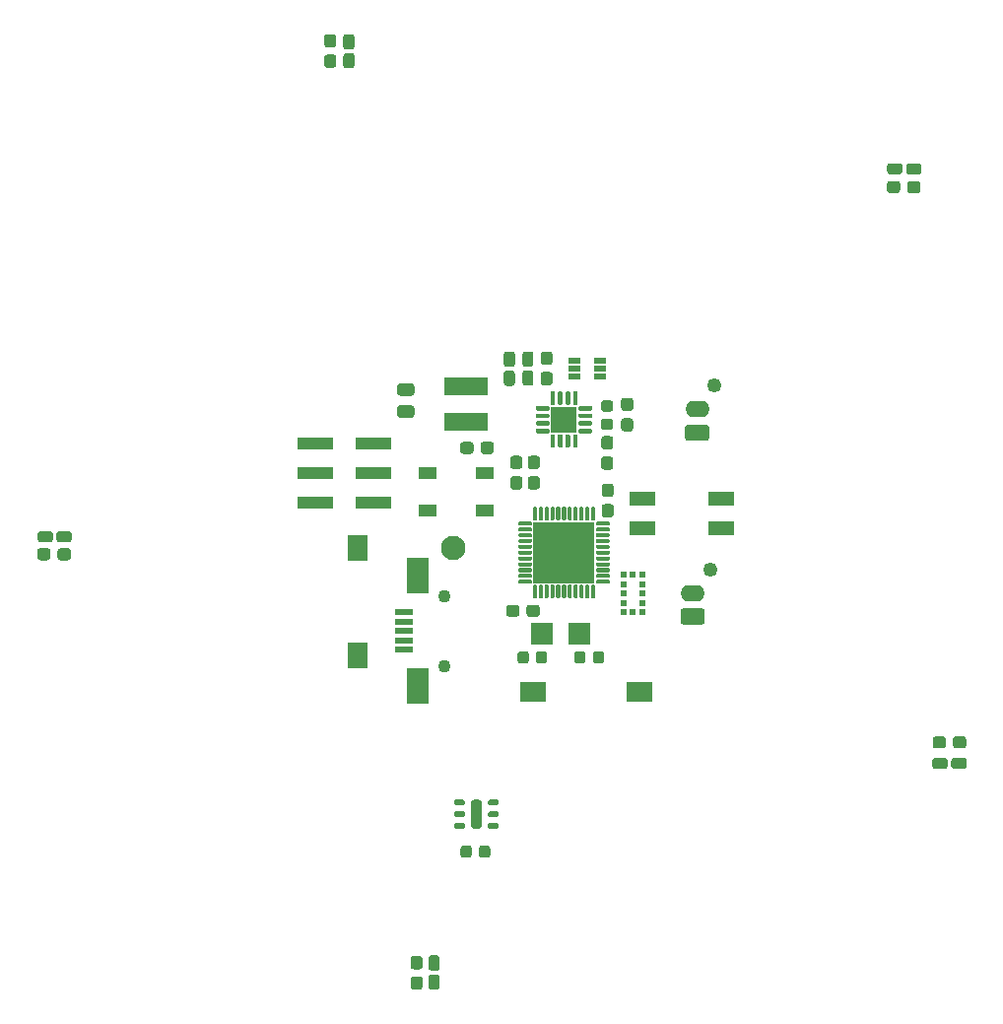
<source format=gbr>
%TF.GenerationSoftware,KiCad,Pcbnew,(5.1.6)-1*%
%TF.CreationDate,2020-12-22T18:13:26+01:00*%
%TF.ProjectId,Christmas pcb,43687269-7374-46d6-9173-207063622e6b,rev?*%
%TF.SameCoordinates,Original*%
%TF.FileFunction,Soldermask,Top*%
%TF.FilePolarity,Negative*%
%FSLAX46Y46*%
G04 Gerber Fmt 4.6, Leading zero omitted, Abs format (unit mm)*
G04 Created by KiCad (PCBNEW (5.1.6)-1) date 2020-12-22 18:13:26*
%MOMM*%
%LPD*%
G01*
G04 APERTURE LIST*
%ADD10R,1.900000X3.100000*%
%ADD11R,1.600000X0.600000*%
%ADD12C,1.100000*%
%ADD13C,1.250000*%
%ADD14O,2.100000X1.400000*%
%ADD15R,3.700000X1.600000*%
%ADD16R,0.608000X0.608000*%
%ADD17R,3.100000X1.100000*%
%ADD18R,1.850000X1.900000*%
%ADD19R,1.000000X0.500000*%
%ADD20R,2.250000X2.250000*%
%ADD21R,5.300000X5.300000*%
%ADD22R,2.260000X1.220000*%
%ADD23R,1.700000X2.280000*%
%ADD24R,2.280000X1.700000*%
%ADD25C,2.100000*%
%ADD26R,1.600000X1.100000*%
G04 APERTURE END LIST*
D10*
%TO.C,J5*%
X137500000Y-108970000D03*
X137500000Y-118470000D03*
D11*
X136350000Y-112120000D03*
X136350000Y-112920000D03*
X136350000Y-113720000D03*
X136350000Y-114520000D03*
X136350000Y-115320000D03*
D12*
X139800000Y-110720000D03*
X139800000Y-116720000D03*
%TD*%
D13*
%TO.C,J3*%
X163040000Y-92650000D03*
D14*
X161540000Y-94700000D03*
G36*
G01*
X162590000Y-96269231D02*
X162590000Y-97130769D01*
G75*
G02*
X162320769Y-97400000I-269231J0D01*
G01*
X160759231Y-97400000D01*
G75*
G02*
X160490000Y-97130769I0J269231D01*
G01*
X160490000Y-96269231D01*
G75*
G02*
X160759231Y-96000000I269231J0D01*
G01*
X162320769Y-96000000D01*
G75*
G02*
X162590000Y-96269231I0J-269231D01*
G01*
G37*
%TD*%
D15*
%TO.C,L1*%
X141660000Y-92680000D03*
X141660000Y-95730000D03*
%TD*%
D13*
%TO.C,J2*%
X162650000Y-108420000D03*
D14*
X161150000Y-110470000D03*
G36*
G01*
X162200000Y-112039231D02*
X162200000Y-112900769D01*
G75*
G02*
X161930769Y-113170000I-269231J0D01*
G01*
X160369231Y-113170000D01*
G75*
G02*
X160100000Y-112900769I0J269231D01*
G01*
X160100000Y-112039231D01*
G75*
G02*
X160369231Y-111770000I269231J0D01*
G01*
X161930769Y-111770000D01*
G75*
G02*
X162200000Y-112039231I0J-269231D01*
G01*
G37*
%TD*%
%TO.C,U6*%
G36*
G01*
X143020000Y-128445000D02*
X143020000Y-130495000D01*
G75*
G02*
X142795000Y-130720000I-225000J0D01*
G01*
X142345000Y-130720000D01*
G75*
G02*
X142120000Y-130495000I0J225000D01*
G01*
X142120000Y-128445000D01*
G75*
G02*
X142345000Y-128220000I225000J0D01*
G01*
X142795000Y-128220000D01*
G75*
G02*
X143020000Y-128445000I0J-225000D01*
G01*
G37*
G36*
G01*
X141570000Y-130345000D02*
X141570000Y-130595000D01*
G75*
G02*
X141445000Y-130720000I-125000J0D01*
G01*
X140795000Y-130720000D01*
G75*
G02*
X140670000Y-130595000I0J125000D01*
G01*
X140670000Y-130345000D01*
G75*
G02*
X140795000Y-130220000I125000J0D01*
G01*
X141445000Y-130220000D01*
G75*
G02*
X141570000Y-130345000I0J-125000D01*
G01*
G37*
G36*
G01*
X141570000Y-129345000D02*
X141570000Y-129595000D01*
G75*
G02*
X141445000Y-129720000I-125000J0D01*
G01*
X140795000Y-129720000D01*
G75*
G02*
X140670000Y-129595000I0J125000D01*
G01*
X140670000Y-129345000D01*
G75*
G02*
X140795000Y-129220000I125000J0D01*
G01*
X141445000Y-129220000D01*
G75*
G02*
X141570000Y-129345000I0J-125000D01*
G01*
G37*
G36*
G01*
X141570000Y-128345000D02*
X141570000Y-128595000D01*
G75*
G02*
X141445000Y-128720000I-125000J0D01*
G01*
X140795000Y-128720000D01*
G75*
G02*
X140670000Y-128595000I0J125000D01*
G01*
X140670000Y-128345000D01*
G75*
G02*
X140795000Y-128220000I125000J0D01*
G01*
X141445000Y-128220000D01*
G75*
G02*
X141570000Y-128345000I0J-125000D01*
G01*
G37*
G36*
G01*
X144470000Y-128345000D02*
X144470000Y-128595000D01*
G75*
G02*
X144345000Y-128720000I-125000J0D01*
G01*
X143695000Y-128720000D01*
G75*
G02*
X143570000Y-128595000I0J125000D01*
G01*
X143570000Y-128345000D01*
G75*
G02*
X143695000Y-128220000I125000J0D01*
G01*
X144345000Y-128220000D01*
G75*
G02*
X144470000Y-128345000I0J-125000D01*
G01*
G37*
G36*
G01*
X144470000Y-129345000D02*
X144470000Y-129595000D01*
G75*
G02*
X144345000Y-129720000I-125000J0D01*
G01*
X143695000Y-129720000D01*
G75*
G02*
X143570000Y-129595000I0J125000D01*
G01*
X143570000Y-129345000D01*
G75*
G02*
X143695000Y-129220000I125000J0D01*
G01*
X144345000Y-129220000D01*
G75*
G02*
X144470000Y-129345000I0J-125000D01*
G01*
G37*
G36*
G01*
X144470000Y-130345000D02*
X144470000Y-130595000D01*
G75*
G02*
X144345000Y-130720000I-125000J0D01*
G01*
X143695000Y-130720000D01*
G75*
G02*
X143570000Y-130595000I0J125000D01*
G01*
X143570000Y-130345000D01*
G75*
G02*
X143695000Y-130220000I125000J0D01*
G01*
X144345000Y-130220000D01*
G75*
G02*
X144470000Y-130345000I0J-125000D01*
G01*
G37*
%TD*%
D16*
%TO.C,U5*%
X156799948Y-109699999D03*
X156799948Y-110500000D03*
X156799948Y-111300001D03*
X156800001Y-112100200D03*
X156000000Y-112100200D03*
X155199999Y-112100200D03*
X155200052Y-111300001D03*
X155200052Y-110500000D03*
X155200052Y-109699999D03*
X155199999Y-108899800D03*
X156000000Y-108899800D03*
X156800001Y-108899800D03*
%TD*%
D17*
%TO.C,J1*%
X133750000Y-97650000D03*
X128710000Y-97650000D03*
X133750000Y-100190000D03*
X128710000Y-100190000D03*
X133750000Y-102730000D03*
X128710000Y-102730000D03*
%TD*%
D18*
%TO.C,Y1*%
X148200000Y-114000000D03*
X151450000Y-114000000D03*
%TD*%
D19*
%TO.C,U4*%
X151000000Y-91850000D03*
X151000000Y-90550000D03*
X153200000Y-91200000D03*
X151000000Y-91200000D03*
X153200000Y-90550000D03*
X153200000Y-91850000D03*
%TD*%
D20*
%TO.C,U2*%
X150100000Y-95570000D03*
G36*
G01*
X148925000Y-94220000D02*
X148925000Y-93245000D01*
G75*
G02*
X149025000Y-93145000I100000J0D01*
G01*
X149225000Y-93145000D01*
G75*
G02*
X149325000Y-93245000I0J-100000D01*
G01*
X149325000Y-94220000D01*
G75*
G02*
X149225000Y-94320000I-100000J0D01*
G01*
X149025000Y-94320000D01*
G75*
G02*
X148925000Y-94220000I0J100000D01*
G01*
G37*
G36*
G01*
X149575000Y-94220000D02*
X149575000Y-93245000D01*
G75*
G02*
X149675000Y-93145000I100000J0D01*
G01*
X149875000Y-93145000D01*
G75*
G02*
X149975000Y-93245000I0J-100000D01*
G01*
X149975000Y-94220000D01*
G75*
G02*
X149875000Y-94320000I-100000J0D01*
G01*
X149675000Y-94320000D01*
G75*
G02*
X149575000Y-94220000I0J100000D01*
G01*
G37*
G36*
G01*
X150225000Y-94220000D02*
X150225000Y-93245000D01*
G75*
G02*
X150325000Y-93145000I100000J0D01*
G01*
X150525000Y-93145000D01*
G75*
G02*
X150625000Y-93245000I0J-100000D01*
G01*
X150625000Y-94220000D01*
G75*
G02*
X150525000Y-94320000I-100000J0D01*
G01*
X150325000Y-94320000D01*
G75*
G02*
X150225000Y-94220000I0J100000D01*
G01*
G37*
G36*
G01*
X150875000Y-94220000D02*
X150875000Y-93245000D01*
G75*
G02*
X150975000Y-93145000I100000J0D01*
G01*
X151175000Y-93145000D01*
G75*
G02*
X151275000Y-93245000I0J-100000D01*
G01*
X151275000Y-94220000D01*
G75*
G02*
X151175000Y-94320000I-100000J0D01*
G01*
X150975000Y-94320000D01*
G75*
G02*
X150875000Y-94220000I0J100000D01*
G01*
G37*
G36*
G01*
X151350000Y-94695000D02*
X151350000Y-94495000D01*
G75*
G02*
X151450000Y-94395000I100000J0D01*
G01*
X152425000Y-94395000D01*
G75*
G02*
X152525000Y-94495000I0J-100000D01*
G01*
X152525000Y-94695000D01*
G75*
G02*
X152425000Y-94795000I-100000J0D01*
G01*
X151450000Y-94795000D01*
G75*
G02*
X151350000Y-94695000I0J100000D01*
G01*
G37*
G36*
G01*
X151350000Y-95345000D02*
X151350000Y-95145000D01*
G75*
G02*
X151450000Y-95045000I100000J0D01*
G01*
X152425000Y-95045000D01*
G75*
G02*
X152525000Y-95145000I0J-100000D01*
G01*
X152525000Y-95345000D01*
G75*
G02*
X152425000Y-95445000I-100000J0D01*
G01*
X151450000Y-95445000D01*
G75*
G02*
X151350000Y-95345000I0J100000D01*
G01*
G37*
G36*
G01*
X151350000Y-95995000D02*
X151350000Y-95795000D01*
G75*
G02*
X151450000Y-95695000I100000J0D01*
G01*
X152425000Y-95695000D01*
G75*
G02*
X152525000Y-95795000I0J-100000D01*
G01*
X152525000Y-95995000D01*
G75*
G02*
X152425000Y-96095000I-100000J0D01*
G01*
X151450000Y-96095000D01*
G75*
G02*
X151350000Y-95995000I0J100000D01*
G01*
G37*
G36*
G01*
X151350000Y-96645000D02*
X151350000Y-96445000D01*
G75*
G02*
X151450000Y-96345000I100000J0D01*
G01*
X152425000Y-96345000D01*
G75*
G02*
X152525000Y-96445000I0J-100000D01*
G01*
X152525000Y-96645000D01*
G75*
G02*
X152425000Y-96745000I-100000J0D01*
G01*
X151450000Y-96745000D01*
G75*
G02*
X151350000Y-96645000I0J100000D01*
G01*
G37*
G36*
G01*
X150875000Y-97895000D02*
X150875000Y-96920000D01*
G75*
G02*
X150975000Y-96820000I100000J0D01*
G01*
X151175000Y-96820000D01*
G75*
G02*
X151275000Y-96920000I0J-100000D01*
G01*
X151275000Y-97895000D01*
G75*
G02*
X151175000Y-97995000I-100000J0D01*
G01*
X150975000Y-97995000D01*
G75*
G02*
X150875000Y-97895000I0J100000D01*
G01*
G37*
G36*
G01*
X150225000Y-97895000D02*
X150225000Y-96920000D01*
G75*
G02*
X150325000Y-96820000I100000J0D01*
G01*
X150525000Y-96820000D01*
G75*
G02*
X150625000Y-96920000I0J-100000D01*
G01*
X150625000Y-97895000D01*
G75*
G02*
X150525000Y-97995000I-100000J0D01*
G01*
X150325000Y-97995000D01*
G75*
G02*
X150225000Y-97895000I0J100000D01*
G01*
G37*
G36*
G01*
X149575000Y-97895000D02*
X149575000Y-96920000D01*
G75*
G02*
X149675000Y-96820000I100000J0D01*
G01*
X149875000Y-96820000D01*
G75*
G02*
X149975000Y-96920000I0J-100000D01*
G01*
X149975000Y-97895000D01*
G75*
G02*
X149875000Y-97995000I-100000J0D01*
G01*
X149675000Y-97995000D01*
G75*
G02*
X149575000Y-97895000I0J100000D01*
G01*
G37*
G36*
G01*
X148925000Y-97895000D02*
X148925000Y-96920000D01*
G75*
G02*
X149025000Y-96820000I100000J0D01*
G01*
X149225000Y-96820000D01*
G75*
G02*
X149325000Y-96920000I0J-100000D01*
G01*
X149325000Y-97895000D01*
G75*
G02*
X149225000Y-97995000I-100000J0D01*
G01*
X149025000Y-97995000D01*
G75*
G02*
X148925000Y-97895000I0J100000D01*
G01*
G37*
G36*
G01*
X147675000Y-96645000D02*
X147675000Y-96445000D01*
G75*
G02*
X147775000Y-96345000I100000J0D01*
G01*
X148750000Y-96345000D01*
G75*
G02*
X148850000Y-96445000I0J-100000D01*
G01*
X148850000Y-96645000D01*
G75*
G02*
X148750000Y-96745000I-100000J0D01*
G01*
X147775000Y-96745000D01*
G75*
G02*
X147675000Y-96645000I0J100000D01*
G01*
G37*
G36*
G01*
X147675000Y-95995000D02*
X147675000Y-95795000D01*
G75*
G02*
X147775000Y-95695000I100000J0D01*
G01*
X148750000Y-95695000D01*
G75*
G02*
X148850000Y-95795000I0J-100000D01*
G01*
X148850000Y-95995000D01*
G75*
G02*
X148750000Y-96095000I-100000J0D01*
G01*
X147775000Y-96095000D01*
G75*
G02*
X147675000Y-95995000I0J100000D01*
G01*
G37*
G36*
G01*
X147675000Y-95345000D02*
X147675000Y-95145000D01*
G75*
G02*
X147775000Y-95045000I100000J0D01*
G01*
X148750000Y-95045000D01*
G75*
G02*
X148850000Y-95145000I0J-100000D01*
G01*
X148850000Y-95345000D01*
G75*
G02*
X148750000Y-95445000I-100000J0D01*
G01*
X147775000Y-95445000D01*
G75*
G02*
X147675000Y-95345000I0J100000D01*
G01*
G37*
G36*
G01*
X147675000Y-94695000D02*
X147675000Y-94495000D01*
G75*
G02*
X147775000Y-94395000I100000J0D01*
G01*
X148750000Y-94395000D01*
G75*
G02*
X148850000Y-94495000I0J-100000D01*
G01*
X148850000Y-94695000D01*
G75*
G02*
X148750000Y-94795000I-100000J0D01*
G01*
X147775000Y-94795000D01*
G75*
G02*
X147675000Y-94695000I0J100000D01*
G01*
G37*
%TD*%
D21*
%TO.C,U1*%
X150100000Y-107000000D03*
G36*
G01*
X147425000Y-104162500D02*
X147425000Y-103162500D01*
G75*
G02*
X147512500Y-103075000I87500J0D01*
G01*
X147687500Y-103075000D01*
G75*
G02*
X147775000Y-103162500I0J-87500D01*
G01*
X147775000Y-104162500D01*
G75*
G02*
X147687500Y-104250000I-87500J0D01*
G01*
X147512500Y-104250000D01*
G75*
G02*
X147425000Y-104162500I0J87500D01*
G01*
G37*
G36*
G01*
X147925000Y-104162500D02*
X147925000Y-103162500D01*
G75*
G02*
X148012500Y-103075000I87500J0D01*
G01*
X148187500Y-103075000D01*
G75*
G02*
X148275000Y-103162500I0J-87500D01*
G01*
X148275000Y-104162500D01*
G75*
G02*
X148187500Y-104250000I-87500J0D01*
G01*
X148012500Y-104250000D01*
G75*
G02*
X147925000Y-104162500I0J87500D01*
G01*
G37*
G36*
G01*
X148425000Y-104162500D02*
X148425000Y-103162500D01*
G75*
G02*
X148512500Y-103075000I87500J0D01*
G01*
X148687500Y-103075000D01*
G75*
G02*
X148775000Y-103162500I0J-87500D01*
G01*
X148775000Y-104162500D01*
G75*
G02*
X148687500Y-104250000I-87500J0D01*
G01*
X148512500Y-104250000D01*
G75*
G02*
X148425000Y-104162500I0J87500D01*
G01*
G37*
G36*
G01*
X148925000Y-104162500D02*
X148925000Y-103162500D01*
G75*
G02*
X149012500Y-103075000I87500J0D01*
G01*
X149187500Y-103075000D01*
G75*
G02*
X149275000Y-103162500I0J-87500D01*
G01*
X149275000Y-104162500D01*
G75*
G02*
X149187500Y-104250000I-87500J0D01*
G01*
X149012500Y-104250000D01*
G75*
G02*
X148925000Y-104162500I0J87500D01*
G01*
G37*
G36*
G01*
X149425000Y-104162500D02*
X149425000Y-103162500D01*
G75*
G02*
X149512500Y-103075000I87500J0D01*
G01*
X149687500Y-103075000D01*
G75*
G02*
X149775000Y-103162500I0J-87500D01*
G01*
X149775000Y-104162500D01*
G75*
G02*
X149687500Y-104250000I-87500J0D01*
G01*
X149512500Y-104250000D01*
G75*
G02*
X149425000Y-104162500I0J87500D01*
G01*
G37*
G36*
G01*
X149925000Y-104162500D02*
X149925000Y-103162500D01*
G75*
G02*
X150012500Y-103075000I87500J0D01*
G01*
X150187500Y-103075000D01*
G75*
G02*
X150275000Y-103162500I0J-87500D01*
G01*
X150275000Y-104162500D01*
G75*
G02*
X150187500Y-104250000I-87500J0D01*
G01*
X150012500Y-104250000D01*
G75*
G02*
X149925000Y-104162500I0J87500D01*
G01*
G37*
G36*
G01*
X150425000Y-104162500D02*
X150425000Y-103162500D01*
G75*
G02*
X150512500Y-103075000I87500J0D01*
G01*
X150687500Y-103075000D01*
G75*
G02*
X150775000Y-103162500I0J-87500D01*
G01*
X150775000Y-104162500D01*
G75*
G02*
X150687500Y-104250000I-87500J0D01*
G01*
X150512500Y-104250000D01*
G75*
G02*
X150425000Y-104162500I0J87500D01*
G01*
G37*
G36*
G01*
X150925000Y-104162500D02*
X150925000Y-103162500D01*
G75*
G02*
X151012500Y-103075000I87500J0D01*
G01*
X151187500Y-103075000D01*
G75*
G02*
X151275000Y-103162500I0J-87500D01*
G01*
X151275000Y-104162500D01*
G75*
G02*
X151187500Y-104250000I-87500J0D01*
G01*
X151012500Y-104250000D01*
G75*
G02*
X150925000Y-104162500I0J87500D01*
G01*
G37*
G36*
G01*
X151425000Y-104162500D02*
X151425000Y-103162500D01*
G75*
G02*
X151512500Y-103075000I87500J0D01*
G01*
X151687500Y-103075000D01*
G75*
G02*
X151775000Y-103162500I0J-87500D01*
G01*
X151775000Y-104162500D01*
G75*
G02*
X151687500Y-104250000I-87500J0D01*
G01*
X151512500Y-104250000D01*
G75*
G02*
X151425000Y-104162500I0J87500D01*
G01*
G37*
G36*
G01*
X151925000Y-104162500D02*
X151925000Y-103162500D01*
G75*
G02*
X152012500Y-103075000I87500J0D01*
G01*
X152187500Y-103075000D01*
G75*
G02*
X152275000Y-103162500I0J-87500D01*
G01*
X152275000Y-104162500D01*
G75*
G02*
X152187500Y-104250000I-87500J0D01*
G01*
X152012500Y-104250000D01*
G75*
G02*
X151925000Y-104162500I0J87500D01*
G01*
G37*
G36*
G01*
X152425000Y-104162500D02*
X152425000Y-103162500D01*
G75*
G02*
X152512500Y-103075000I87500J0D01*
G01*
X152687500Y-103075000D01*
G75*
G02*
X152775000Y-103162500I0J-87500D01*
G01*
X152775000Y-104162500D01*
G75*
G02*
X152687500Y-104250000I-87500J0D01*
G01*
X152512500Y-104250000D01*
G75*
G02*
X152425000Y-104162500I0J87500D01*
G01*
G37*
G36*
G01*
X152850000Y-104587500D02*
X152850000Y-104412500D01*
G75*
G02*
X152937500Y-104325000I87500J0D01*
G01*
X153937500Y-104325000D01*
G75*
G02*
X154025000Y-104412500I0J-87500D01*
G01*
X154025000Y-104587500D01*
G75*
G02*
X153937500Y-104675000I-87500J0D01*
G01*
X152937500Y-104675000D01*
G75*
G02*
X152850000Y-104587500I0J87500D01*
G01*
G37*
G36*
G01*
X152850000Y-105087500D02*
X152850000Y-104912500D01*
G75*
G02*
X152937500Y-104825000I87500J0D01*
G01*
X153937500Y-104825000D01*
G75*
G02*
X154025000Y-104912500I0J-87500D01*
G01*
X154025000Y-105087500D01*
G75*
G02*
X153937500Y-105175000I-87500J0D01*
G01*
X152937500Y-105175000D01*
G75*
G02*
X152850000Y-105087500I0J87500D01*
G01*
G37*
G36*
G01*
X152850000Y-105587500D02*
X152850000Y-105412500D01*
G75*
G02*
X152937500Y-105325000I87500J0D01*
G01*
X153937500Y-105325000D01*
G75*
G02*
X154025000Y-105412500I0J-87500D01*
G01*
X154025000Y-105587500D01*
G75*
G02*
X153937500Y-105675000I-87500J0D01*
G01*
X152937500Y-105675000D01*
G75*
G02*
X152850000Y-105587500I0J87500D01*
G01*
G37*
G36*
G01*
X152850000Y-106087500D02*
X152850000Y-105912500D01*
G75*
G02*
X152937500Y-105825000I87500J0D01*
G01*
X153937500Y-105825000D01*
G75*
G02*
X154025000Y-105912500I0J-87500D01*
G01*
X154025000Y-106087500D01*
G75*
G02*
X153937500Y-106175000I-87500J0D01*
G01*
X152937500Y-106175000D01*
G75*
G02*
X152850000Y-106087500I0J87500D01*
G01*
G37*
G36*
G01*
X152850000Y-106587500D02*
X152850000Y-106412500D01*
G75*
G02*
X152937500Y-106325000I87500J0D01*
G01*
X153937500Y-106325000D01*
G75*
G02*
X154025000Y-106412500I0J-87500D01*
G01*
X154025000Y-106587500D01*
G75*
G02*
X153937500Y-106675000I-87500J0D01*
G01*
X152937500Y-106675000D01*
G75*
G02*
X152850000Y-106587500I0J87500D01*
G01*
G37*
G36*
G01*
X152850000Y-107087500D02*
X152850000Y-106912500D01*
G75*
G02*
X152937500Y-106825000I87500J0D01*
G01*
X153937500Y-106825000D01*
G75*
G02*
X154025000Y-106912500I0J-87500D01*
G01*
X154025000Y-107087500D01*
G75*
G02*
X153937500Y-107175000I-87500J0D01*
G01*
X152937500Y-107175000D01*
G75*
G02*
X152850000Y-107087500I0J87500D01*
G01*
G37*
G36*
G01*
X152850000Y-107587500D02*
X152850000Y-107412500D01*
G75*
G02*
X152937500Y-107325000I87500J0D01*
G01*
X153937500Y-107325000D01*
G75*
G02*
X154025000Y-107412500I0J-87500D01*
G01*
X154025000Y-107587500D01*
G75*
G02*
X153937500Y-107675000I-87500J0D01*
G01*
X152937500Y-107675000D01*
G75*
G02*
X152850000Y-107587500I0J87500D01*
G01*
G37*
G36*
G01*
X152850000Y-108087500D02*
X152850000Y-107912500D01*
G75*
G02*
X152937500Y-107825000I87500J0D01*
G01*
X153937500Y-107825000D01*
G75*
G02*
X154025000Y-107912500I0J-87500D01*
G01*
X154025000Y-108087500D01*
G75*
G02*
X153937500Y-108175000I-87500J0D01*
G01*
X152937500Y-108175000D01*
G75*
G02*
X152850000Y-108087500I0J87500D01*
G01*
G37*
G36*
G01*
X152850000Y-108587500D02*
X152850000Y-108412500D01*
G75*
G02*
X152937500Y-108325000I87500J0D01*
G01*
X153937500Y-108325000D01*
G75*
G02*
X154025000Y-108412500I0J-87500D01*
G01*
X154025000Y-108587500D01*
G75*
G02*
X153937500Y-108675000I-87500J0D01*
G01*
X152937500Y-108675000D01*
G75*
G02*
X152850000Y-108587500I0J87500D01*
G01*
G37*
G36*
G01*
X152850000Y-109087500D02*
X152850000Y-108912500D01*
G75*
G02*
X152937500Y-108825000I87500J0D01*
G01*
X153937500Y-108825000D01*
G75*
G02*
X154025000Y-108912500I0J-87500D01*
G01*
X154025000Y-109087500D01*
G75*
G02*
X153937500Y-109175000I-87500J0D01*
G01*
X152937500Y-109175000D01*
G75*
G02*
X152850000Y-109087500I0J87500D01*
G01*
G37*
G36*
G01*
X152850000Y-109587500D02*
X152850000Y-109412500D01*
G75*
G02*
X152937500Y-109325000I87500J0D01*
G01*
X153937500Y-109325000D01*
G75*
G02*
X154025000Y-109412500I0J-87500D01*
G01*
X154025000Y-109587500D01*
G75*
G02*
X153937500Y-109675000I-87500J0D01*
G01*
X152937500Y-109675000D01*
G75*
G02*
X152850000Y-109587500I0J87500D01*
G01*
G37*
G36*
G01*
X152425000Y-110837500D02*
X152425000Y-109837500D01*
G75*
G02*
X152512500Y-109750000I87500J0D01*
G01*
X152687500Y-109750000D01*
G75*
G02*
X152775000Y-109837500I0J-87500D01*
G01*
X152775000Y-110837500D01*
G75*
G02*
X152687500Y-110925000I-87500J0D01*
G01*
X152512500Y-110925000D01*
G75*
G02*
X152425000Y-110837500I0J87500D01*
G01*
G37*
G36*
G01*
X151925000Y-110837500D02*
X151925000Y-109837500D01*
G75*
G02*
X152012500Y-109750000I87500J0D01*
G01*
X152187500Y-109750000D01*
G75*
G02*
X152275000Y-109837500I0J-87500D01*
G01*
X152275000Y-110837500D01*
G75*
G02*
X152187500Y-110925000I-87500J0D01*
G01*
X152012500Y-110925000D01*
G75*
G02*
X151925000Y-110837500I0J87500D01*
G01*
G37*
G36*
G01*
X151425000Y-110837500D02*
X151425000Y-109837500D01*
G75*
G02*
X151512500Y-109750000I87500J0D01*
G01*
X151687500Y-109750000D01*
G75*
G02*
X151775000Y-109837500I0J-87500D01*
G01*
X151775000Y-110837500D01*
G75*
G02*
X151687500Y-110925000I-87500J0D01*
G01*
X151512500Y-110925000D01*
G75*
G02*
X151425000Y-110837500I0J87500D01*
G01*
G37*
G36*
G01*
X150925000Y-110837500D02*
X150925000Y-109837500D01*
G75*
G02*
X151012500Y-109750000I87500J0D01*
G01*
X151187500Y-109750000D01*
G75*
G02*
X151275000Y-109837500I0J-87500D01*
G01*
X151275000Y-110837500D01*
G75*
G02*
X151187500Y-110925000I-87500J0D01*
G01*
X151012500Y-110925000D01*
G75*
G02*
X150925000Y-110837500I0J87500D01*
G01*
G37*
G36*
G01*
X150425000Y-110837500D02*
X150425000Y-109837500D01*
G75*
G02*
X150512500Y-109750000I87500J0D01*
G01*
X150687500Y-109750000D01*
G75*
G02*
X150775000Y-109837500I0J-87500D01*
G01*
X150775000Y-110837500D01*
G75*
G02*
X150687500Y-110925000I-87500J0D01*
G01*
X150512500Y-110925000D01*
G75*
G02*
X150425000Y-110837500I0J87500D01*
G01*
G37*
G36*
G01*
X149925000Y-110837500D02*
X149925000Y-109837500D01*
G75*
G02*
X150012500Y-109750000I87500J0D01*
G01*
X150187500Y-109750000D01*
G75*
G02*
X150275000Y-109837500I0J-87500D01*
G01*
X150275000Y-110837500D01*
G75*
G02*
X150187500Y-110925000I-87500J0D01*
G01*
X150012500Y-110925000D01*
G75*
G02*
X149925000Y-110837500I0J87500D01*
G01*
G37*
G36*
G01*
X149425000Y-110837500D02*
X149425000Y-109837500D01*
G75*
G02*
X149512500Y-109750000I87500J0D01*
G01*
X149687500Y-109750000D01*
G75*
G02*
X149775000Y-109837500I0J-87500D01*
G01*
X149775000Y-110837500D01*
G75*
G02*
X149687500Y-110925000I-87500J0D01*
G01*
X149512500Y-110925000D01*
G75*
G02*
X149425000Y-110837500I0J87500D01*
G01*
G37*
G36*
G01*
X148925000Y-110837500D02*
X148925000Y-109837500D01*
G75*
G02*
X149012500Y-109750000I87500J0D01*
G01*
X149187500Y-109750000D01*
G75*
G02*
X149275000Y-109837500I0J-87500D01*
G01*
X149275000Y-110837500D01*
G75*
G02*
X149187500Y-110925000I-87500J0D01*
G01*
X149012500Y-110925000D01*
G75*
G02*
X148925000Y-110837500I0J87500D01*
G01*
G37*
G36*
G01*
X148425000Y-110837500D02*
X148425000Y-109837500D01*
G75*
G02*
X148512500Y-109750000I87500J0D01*
G01*
X148687500Y-109750000D01*
G75*
G02*
X148775000Y-109837500I0J-87500D01*
G01*
X148775000Y-110837500D01*
G75*
G02*
X148687500Y-110925000I-87500J0D01*
G01*
X148512500Y-110925000D01*
G75*
G02*
X148425000Y-110837500I0J87500D01*
G01*
G37*
G36*
G01*
X147925000Y-110837500D02*
X147925000Y-109837500D01*
G75*
G02*
X148012500Y-109750000I87500J0D01*
G01*
X148187500Y-109750000D01*
G75*
G02*
X148275000Y-109837500I0J-87500D01*
G01*
X148275000Y-110837500D01*
G75*
G02*
X148187500Y-110925000I-87500J0D01*
G01*
X148012500Y-110925000D01*
G75*
G02*
X147925000Y-110837500I0J87500D01*
G01*
G37*
G36*
G01*
X147425000Y-110837500D02*
X147425000Y-109837500D01*
G75*
G02*
X147512500Y-109750000I87500J0D01*
G01*
X147687500Y-109750000D01*
G75*
G02*
X147775000Y-109837500I0J-87500D01*
G01*
X147775000Y-110837500D01*
G75*
G02*
X147687500Y-110925000I-87500J0D01*
G01*
X147512500Y-110925000D01*
G75*
G02*
X147425000Y-110837500I0J87500D01*
G01*
G37*
G36*
G01*
X146175000Y-109587500D02*
X146175000Y-109412500D01*
G75*
G02*
X146262500Y-109325000I87500J0D01*
G01*
X147262500Y-109325000D01*
G75*
G02*
X147350000Y-109412500I0J-87500D01*
G01*
X147350000Y-109587500D01*
G75*
G02*
X147262500Y-109675000I-87500J0D01*
G01*
X146262500Y-109675000D01*
G75*
G02*
X146175000Y-109587500I0J87500D01*
G01*
G37*
G36*
G01*
X146175000Y-109087500D02*
X146175000Y-108912500D01*
G75*
G02*
X146262500Y-108825000I87500J0D01*
G01*
X147262500Y-108825000D01*
G75*
G02*
X147350000Y-108912500I0J-87500D01*
G01*
X147350000Y-109087500D01*
G75*
G02*
X147262500Y-109175000I-87500J0D01*
G01*
X146262500Y-109175000D01*
G75*
G02*
X146175000Y-109087500I0J87500D01*
G01*
G37*
G36*
G01*
X146175000Y-108587500D02*
X146175000Y-108412500D01*
G75*
G02*
X146262500Y-108325000I87500J0D01*
G01*
X147262500Y-108325000D01*
G75*
G02*
X147350000Y-108412500I0J-87500D01*
G01*
X147350000Y-108587500D01*
G75*
G02*
X147262500Y-108675000I-87500J0D01*
G01*
X146262500Y-108675000D01*
G75*
G02*
X146175000Y-108587500I0J87500D01*
G01*
G37*
G36*
G01*
X146175000Y-108087500D02*
X146175000Y-107912500D01*
G75*
G02*
X146262500Y-107825000I87500J0D01*
G01*
X147262500Y-107825000D01*
G75*
G02*
X147350000Y-107912500I0J-87500D01*
G01*
X147350000Y-108087500D01*
G75*
G02*
X147262500Y-108175000I-87500J0D01*
G01*
X146262500Y-108175000D01*
G75*
G02*
X146175000Y-108087500I0J87500D01*
G01*
G37*
G36*
G01*
X146175000Y-107587500D02*
X146175000Y-107412500D01*
G75*
G02*
X146262500Y-107325000I87500J0D01*
G01*
X147262500Y-107325000D01*
G75*
G02*
X147350000Y-107412500I0J-87500D01*
G01*
X147350000Y-107587500D01*
G75*
G02*
X147262500Y-107675000I-87500J0D01*
G01*
X146262500Y-107675000D01*
G75*
G02*
X146175000Y-107587500I0J87500D01*
G01*
G37*
G36*
G01*
X146175000Y-107087500D02*
X146175000Y-106912500D01*
G75*
G02*
X146262500Y-106825000I87500J0D01*
G01*
X147262500Y-106825000D01*
G75*
G02*
X147350000Y-106912500I0J-87500D01*
G01*
X147350000Y-107087500D01*
G75*
G02*
X147262500Y-107175000I-87500J0D01*
G01*
X146262500Y-107175000D01*
G75*
G02*
X146175000Y-107087500I0J87500D01*
G01*
G37*
G36*
G01*
X146175000Y-106587500D02*
X146175000Y-106412500D01*
G75*
G02*
X146262500Y-106325000I87500J0D01*
G01*
X147262500Y-106325000D01*
G75*
G02*
X147350000Y-106412500I0J-87500D01*
G01*
X147350000Y-106587500D01*
G75*
G02*
X147262500Y-106675000I-87500J0D01*
G01*
X146262500Y-106675000D01*
G75*
G02*
X146175000Y-106587500I0J87500D01*
G01*
G37*
G36*
G01*
X146175000Y-106087500D02*
X146175000Y-105912500D01*
G75*
G02*
X146262500Y-105825000I87500J0D01*
G01*
X147262500Y-105825000D01*
G75*
G02*
X147350000Y-105912500I0J-87500D01*
G01*
X147350000Y-106087500D01*
G75*
G02*
X147262500Y-106175000I-87500J0D01*
G01*
X146262500Y-106175000D01*
G75*
G02*
X146175000Y-106087500I0J87500D01*
G01*
G37*
G36*
G01*
X146175000Y-105587500D02*
X146175000Y-105412500D01*
G75*
G02*
X146262500Y-105325000I87500J0D01*
G01*
X147262500Y-105325000D01*
G75*
G02*
X147350000Y-105412500I0J-87500D01*
G01*
X147350000Y-105587500D01*
G75*
G02*
X147262500Y-105675000I-87500J0D01*
G01*
X146262500Y-105675000D01*
G75*
G02*
X146175000Y-105587500I0J87500D01*
G01*
G37*
G36*
G01*
X146175000Y-105087500D02*
X146175000Y-104912500D01*
G75*
G02*
X146262500Y-104825000I87500J0D01*
G01*
X147262500Y-104825000D01*
G75*
G02*
X147350000Y-104912500I0J-87500D01*
G01*
X147350000Y-105087500D01*
G75*
G02*
X147262500Y-105175000I-87500J0D01*
G01*
X146262500Y-105175000D01*
G75*
G02*
X146175000Y-105087500I0J87500D01*
G01*
G37*
G36*
G01*
X146175000Y-104587500D02*
X146175000Y-104412500D01*
G75*
G02*
X146262500Y-104325000I87500J0D01*
G01*
X147262500Y-104325000D01*
G75*
G02*
X147350000Y-104412500I0J-87500D01*
G01*
X147350000Y-104587500D01*
G75*
G02*
X147262500Y-104675000I-87500J0D01*
G01*
X146262500Y-104675000D01*
G75*
G02*
X146175000Y-104587500I0J87500D01*
G01*
G37*
%TD*%
D22*
%TO.C,SW3*%
X156835000Y-104870000D03*
X163565000Y-102330000D03*
X156835000Y-102330000D03*
X163565000Y-104870000D03*
%TD*%
D23*
%TO.C,SW2*%
X132350000Y-106610000D03*
X132350000Y-115790000D03*
%TD*%
D24*
%TO.C,SW1*%
X147410000Y-119000000D03*
X156590000Y-119000000D03*
%TD*%
%TO.C,R13*%
G36*
G01*
X182920000Y-123037500D02*
X182920000Y-123562500D01*
G75*
G02*
X182657500Y-123825000I-262500J0D01*
G01*
X182032500Y-123825000D01*
G75*
G02*
X181770000Y-123562500I0J262500D01*
G01*
X181770000Y-123037500D01*
G75*
G02*
X182032500Y-122775000I262500J0D01*
G01*
X182657500Y-122775000D01*
G75*
G02*
X182920000Y-123037500I0J-262500D01*
G01*
G37*
G36*
G01*
X184670000Y-123037500D02*
X184670000Y-123562500D01*
G75*
G02*
X184407500Y-123825000I-262500J0D01*
G01*
X183782500Y-123825000D01*
G75*
G02*
X183520000Y-123562500I0J262500D01*
G01*
X183520000Y-123037500D01*
G75*
G02*
X183782500Y-122775000I262500J0D01*
G01*
X184407500Y-122775000D01*
G75*
G02*
X184670000Y-123037500I0J-262500D01*
G01*
G37*
%TD*%
%TO.C,R12*%
G36*
G01*
X137692500Y-142795000D02*
X137167500Y-142795000D01*
G75*
G02*
X136905000Y-142532500I0J262500D01*
G01*
X136905000Y-141907500D01*
G75*
G02*
X137167500Y-141645000I262500J0D01*
G01*
X137692500Y-141645000D01*
G75*
G02*
X137955000Y-141907500I0J-262500D01*
G01*
X137955000Y-142532500D01*
G75*
G02*
X137692500Y-142795000I-262500J0D01*
G01*
G37*
G36*
G01*
X137692500Y-144545000D02*
X137167500Y-144545000D01*
G75*
G02*
X136905000Y-144282500I0J262500D01*
G01*
X136905000Y-143657500D01*
G75*
G02*
X137167500Y-143395000I262500J0D01*
G01*
X137692500Y-143395000D01*
G75*
G02*
X137955000Y-143657500I0J-262500D01*
G01*
X137955000Y-144282500D01*
G75*
G02*
X137692500Y-144545000I-262500J0D01*
G01*
G37*
%TD*%
%TO.C,R11*%
G36*
G01*
X145737500Y-100425000D02*
X146262500Y-100425000D01*
G75*
G02*
X146525000Y-100687500I0J-262500D01*
G01*
X146525000Y-101312500D01*
G75*
G02*
X146262500Y-101575000I-262500J0D01*
G01*
X145737500Y-101575000D01*
G75*
G02*
X145475000Y-101312500I0J262500D01*
G01*
X145475000Y-100687500D01*
G75*
G02*
X145737500Y-100425000I262500J0D01*
G01*
G37*
G36*
G01*
X145737500Y-98675000D02*
X146262500Y-98675000D01*
G75*
G02*
X146525000Y-98937500I0J-262500D01*
G01*
X146525000Y-99562500D01*
G75*
G02*
X146262500Y-99825000I-262500J0D01*
G01*
X145737500Y-99825000D01*
G75*
G02*
X145475000Y-99562500I0J262500D01*
G01*
X145475000Y-98937500D01*
G75*
G02*
X145737500Y-98675000I262500J0D01*
G01*
G37*
%TD*%
%TO.C,R10*%
G36*
G01*
X142925000Y-98262500D02*
X142925000Y-97737500D01*
G75*
G02*
X143187500Y-97475000I262500J0D01*
G01*
X143812500Y-97475000D01*
G75*
G02*
X144075000Y-97737500I0J-262500D01*
G01*
X144075000Y-98262500D01*
G75*
G02*
X143812500Y-98525000I-262500J0D01*
G01*
X143187500Y-98525000D01*
G75*
G02*
X142925000Y-98262500I0J262500D01*
G01*
G37*
G36*
G01*
X141175000Y-98262500D02*
X141175000Y-97737500D01*
G75*
G02*
X141437500Y-97475000I262500J0D01*
G01*
X142062500Y-97475000D01*
G75*
G02*
X142325000Y-97737500I0J-262500D01*
G01*
X142325000Y-98262500D01*
G75*
G02*
X142062500Y-98525000I-262500J0D01*
G01*
X141437500Y-98525000D01*
G75*
G02*
X141175000Y-98262500I0J262500D01*
G01*
G37*
%TD*%
%TO.C,R9*%
G36*
G01*
X147237500Y-100425000D02*
X147762500Y-100425000D01*
G75*
G02*
X148025000Y-100687500I0J-262500D01*
G01*
X148025000Y-101312500D01*
G75*
G02*
X147762500Y-101575000I-262500J0D01*
G01*
X147237500Y-101575000D01*
G75*
G02*
X146975000Y-101312500I0J262500D01*
G01*
X146975000Y-100687500D01*
G75*
G02*
X147237500Y-100425000I262500J0D01*
G01*
G37*
G36*
G01*
X147237500Y-98675000D02*
X147762500Y-98675000D01*
G75*
G02*
X148025000Y-98937500I0J-262500D01*
G01*
X148025000Y-99562500D01*
G75*
G02*
X147762500Y-99825000I-262500J0D01*
G01*
X147237500Y-99825000D01*
G75*
G02*
X146975000Y-99562500I0J262500D01*
G01*
X146975000Y-98937500D01*
G75*
G02*
X147237500Y-98675000I262500J0D01*
G01*
G37*
%TD*%
%TO.C,R8*%
G36*
G01*
X178990000Y-75337500D02*
X178990000Y-75862500D01*
G75*
G02*
X178727500Y-76125000I-262500J0D01*
G01*
X178102500Y-76125000D01*
G75*
G02*
X177840000Y-75862500I0J262500D01*
G01*
X177840000Y-75337500D01*
G75*
G02*
X178102500Y-75075000I262500J0D01*
G01*
X178727500Y-75075000D01*
G75*
G02*
X178990000Y-75337500I0J-262500D01*
G01*
G37*
G36*
G01*
X180740000Y-75337500D02*
X180740000Y-75862500D01*
G75*
G02*
X180477500Y-76125000I-262500J0D01*
G01*
X179852500Y-76125000D01*
G75*
G02*
X179590000Y-75862500I0J262500D01*
G01*
X179590000Y-75337500D01*
G75*
G02*
X179852500Y-75075000I262500J0D01*
G01*
X180477500Y-75075000D01*
G75*
G02*
X180740000Y-75337500I0J-262500D01*
G01*
G37*
%TD*%
%TO.C,R7*%
G36*
G01*
X106575000Y-107392500D02*
X106575000Y-106867500D01*
G75*
G02*
X106837500Y-106605000I262500J0D01*
G01*
X107462500Y-106605000D01*
G75*
G02*
X107725000Y-106867500I0J-262500D01*
G01*
X107725000Y-107392500D01*
G75*
G02*
X107462500Y-107655000I-262500J0D01*
G01*
X106837500Y-107655000D01*
G75*
G02*
X106575000Y-107392500I0J262500D01*
G01*
G37*
G36*
G01*
X104825000Y-107392500D02*
X104825000Y-106867500D01*
G75*
G02*
X105087500Y-106605000I262500J0D01*
G01*
X105712500Y-106605000D01*
G75*
G02*
X105975000Y-106867500I0J-262500D01*
G01*
X105975000Y-107392500D01*
G75*
G02*
X105712500Y-107655000I-262500J0D01*
G01*
X105087500Y-107655000D01*
G75*
G02*
X104825000Y-107392500I0J262500D01*
G01*
G37*
%TD*%
%TO.C,R6*%
G36*
G01*
X129747500Y-64205000D02*
X130272500Y-64205000D01*
G75*
G02*
X130535000Y-64467500I0J-262500D01*
G01*
X130535000Y-65092500D01*
G75*
G02*
X130272500Y-65355000I-262500J0D01*
G01*
X129747500Y-65355000D01*
G75*
G02*
X129485000Y-65092500I0J262500D01*
G01*
X129485000Y-64467500D01*
G75*
G02*
X129747500Y-64205000I262500J0D01*
G01*
G37*
G36*
G01*
X129747500Y-62455000D02*
X130272500Y-62455000D01*
G75*
G02*
X130535000Y-62717500I0J-262500D01*
G01*
X130535000Y-63342500D01*
G75*
G02*
X130272500Y-63605000I-262500J0D01*
G01*
X129747500Y-63605000D01*
G75*
G02*
X129485000Y-63342500I0J262500D01*
G01*
X129485000Y-62717500D01*
G75*
G02*
X129747500Y-62455000I262500J0D01*
G01*
G37*
%TD*%
%TO.C,R5*%
G36*
G01*
X153587500Y-102825000D02*
X154112500Y-102825000D01*
G75*
G02*
X154375000Y-103087500I0J-262500D01*
G01*
X154375000Y-103712500D01*
G75*
G02*
X154112500Y-103975000I-262500J0D01*
G01*
X153587500Y-103975000D01*
G75*
G02*
X153325000Y-103712500I0J262500D01*
G01*
X153325000Y-103087500D01*
G75*
G02*
X153587500Y-102825000I262500J0D01*
G01*
G37*
G36*
G01*
X153587500Y-101075000D02*
X154112500Y-101075000D01*
G75*
G02*
X154375000Y-101337500I0J-262500D01*
G01*
X154375000Y-101962500D01*
G75*
G02*
X154112500Y-102225000I-262500J0D01*
G01*
X153587500Y-102225000D01*
G75*
G02*
X153325000Y-101962500I0J262500D01*
G01*
X153325000Y-101337500D01*
G75*
G02*
X153587500Y-101075000I262500J0D01*
G01*
G37*
%TD*%
%TO.C,R4*%
G36*
G01*
X148862500Y-90875000D02*
X148337500Y-90875000D01*
G75*
G02*
X148075000Y-90612500I0J262500D01*
G01*
X148075000Y-89987500D01*
G75*
G02*
X148337500Y-89725000I262500J0D01*
G01*
X148862500Y-89725000D01*
G75*
G02*
X149125000Y-89987500I0J-262500D01*
G01*
X149125000Y-90612500D01*
G75*
G02*
X148862500Y-90875000I-262500J0D01*
G01*
G37*
G36*
G01*
X148862500Y-92625000D02*
X148337500Y-92625000D01*
G75*
G02*
X148075000Y-92362500I0J262500D01*
G01*
X148075000Y-91737500D01*
G75*
G02*
X148337500Y-91475000I262500J0D01*
G01*
X148862500Y-91475000D01*
G75*
G02*
X149125000Y-91737500I0J-262500D01*
G01*
X149125000Y-92362500D01*
G75*
G02*
X148862500Y-92625000I-262500J0D01*
G01*
G37*
%TD*%
%TO.C,R3*%
G36*
G01*
X146275000Y-111737500D02*
X146275000Y-112262500D01*
G75*
G02*
X146012500Y-112525000I-262500J0D01*
G01*
X145387500Y-112525000D01*
G75*
G02*
X145125000Y-112262500I0J262500D01*
G01*
X145125000Y-111737500D01*
G75*
G02*
X145387500Y-111475000I262500J0D01*
G01*
X146012500Y-111475000D01*
G75*
G02*
X146275000Y-111737500I0J-262500D01*
G01*
G37*
G36*
G01*
X148025000Y-111737500D02*
X148025000Y-112262500D01*
G75*
G02*
X147762500Y-112525000I-262500J0D01*
G01*
X147137500Y-112525000D01*
G75*
G02*
X146875000Y-112262500I0J262500D01*
G01*
X146875000Y-111737500D01*
G75*
G02*
X147137500Y-111475000I262500J0D01*
G01*
X147762500Y-111475000D01*
G75*
G02*
X148025000Y-111737500I0J-262500D01*
G01*
G37*
%TD*%
%TO.C,R2*%
G36*
G01*
X155792500Y-94845000D02*
X155267500Y-94845000D01*
G75*
G02*
X155005000Y-94582500I0J262500D01*
G01*
X155005000Y-93957500D01*
G75*
G02*
X155267500Y-93695000I262500J0D01*
G01*
X155792500Y-93695000D01*
G75*
G02*
X156055000Y-93957500I0J-262500D01*
G01*
X156055000Y-94582500D01*
G75*
G02*
X155792500Y-94845000I-262500J0D01*
G01*
G37*
G36*
G01*
X155792500Y-96595000D02*
X155267500Y-96595000D01*
G75*
G02*
X155005000Y-96332500I0J262500D01*
G01*
X155005000Y-95707500D01*
G75*
G02*
X155267500Y-95445000I262500J0D01*
G01*
X155792500Y-95445000D01*
G75*
G02*
X156055000Y-95707500I0J-262500D01*
G01*
X156055000Y-96332500D01*
G75*
G02*
X155792500Y-96595000I-262500J0D01*
G01*
G37*
%TD*%
%TO.C,R1*%
G36*
G01*
X154072500Y-98135000D02*
X153547500Y-98135000D01*
G75*
G02*
X153285000Y-97872500I0J262500D01*
G01*
X153285000Y-97247500D01*
G75*
G02*
X153547500Y-96985000I262500J0D01*
G01*
X154072500Y-96985000D01*
G75*
G02*
X154335000Y-97247500I0J-262500D01*
G01*
X154335000Y-97872500D01*
G75*
G02*
X154072500Y-98135000I-262500J0D01*
G01*
G37*
G36*
G01*
X154072500Y-99885000D02*
X153547500Y-99885000D01*
G75*
G02*
X153285000Y-99622500I0J262500D01*
G01*
X153285000Y-98997500D01*
G75*
G02*
X153547500Y-98735000I262500J0D01*
G01*
X154072500Y-98735000D01*
G75*
G02*
X154335000Y-98997500I0J-262500D01*
G01*
X154335000Y-99622500D01*
G75*
G02*
X154072500Y-99885000I-262500J0D01*
G01*
G37*
%TD*%
D25*
%TO.C,J4*%
X140600000Y-106600000D03*
%TD*%
%TO.C,D8*%
G36*
G01*
X183070000Y-124862500D02*
X183070000Y-125337500D01*
G75*
G02*
X182832500Y-125575000I-237500J0D01*
G01*
X181982500Y-125575000D01*
G75*
G02*
X181745000Y-125337500I0J237500D01*
G01*
X181745000Y-124862500D01*
G75*
G02*
X181982500Y-124625000I237500J0D01*
G01*
X182832500Y-124625000D01*
G75*
G02*
X183070000Y-124862500I0J-237500D01*
G01*
G37*
G36*
G01*
X184695000Y-124862500D02*
X184695000Y-125337500D01*
G75*
G02*
X184457500Y-125575000I-237500J0D01*
G01*
X183607500Y-125575000D01*
G75*
G02*
X183370000Y-125337500I0J237500D01*
G01*
X183370000Y-124862500D01*
G75*
G02*
X183607500Y-124625000I237500J0D01*
G01*
X184457500Y-124625000D01*
G75*
G02*
X184695000Y-124862500I0J-237500D01*
G01*
G37*
%TD*%
D26*
%TO.C,D7*%
X138350000Y-100200000D03*
X138350000Y-103400000D03*
X143250000Y-100200000D03*
X143250000Y-103400000D03*
%TD*%
%TO.C,D6*%
G36*
G01*
X139167500Y-142917500D02*
X138692500Y-142917500D01*
G75*
G02*
X138455000Y-142680000I0J237500D01*
G01*
X138455000Y-141830000D01*
G75*
G02*
X138692500Y-141592500I237500J0D01*
G01*
X139167500Y-141592500D01*
G75*
G02*
X139405000Y-141830000I0J-237500D01*
G01*
X139405000Y-142680000D01*
G75*
G02*
X139167500Y-142917500I-237500J0D01*
G01*
G37*
G36*
G01*
X139167500Y-144542500D02*
X138692500Y-144542500D01*
G75*
G02*
X138455000Y-144305000I0J237500D01*
G01*
X138455000Y-143455000D01*
G75*
G02*
X138692500Y-143217500I237500J0D01*
G01*
X139167500Y-143217500D01*
G75*
G02*
X139405000Y-143455000I0J-237500D01*
G01*
X139405000Y-144305000D01*
G75*
G02*
X139167500Y-144542500I-237500J0D01*
G01*
G37*
%TD*%
%TO.C,D5*%
G36*
G01*
X179190000Y-73792500D02*
X179190000Y-74267500D01*
G75*
G02*
X178952500Y-74505000I-237500J0D01*
G01*
X178102500Y-74505000D01*
G75*
G02*
X177865000Y-74267500I0J237500D01*
G01*
X177865000Y-73792500D01*
G75*
G02*
X178102500Y-73555000I237500J0D01*
G01*
X178952500Y-73555000D01*
G75*
G02*
X179190000Y-73792500I0J-237500D01*
G01*
G37*
G36*
G01*
X180815000Y-73792500D02*
X180815000Y-74267500D01*
G75*
G02*
X180577500Y-74505000I-237500J0D01*
G01*
X179727500Y-74505000D01*
G75*
G02*
X179490000Y-74267500I0J237500D01*
G01*
X179490000Y-73792500D01*
G75*
G02*
X179727500Y-73555000I237500J0D01*
G01*
X180577500Y-73555000D01*
G75*
G02*
X180815000Y-73792500I0J-237500D01*
G01*
G37*
%TD*%
%TO.C,D4*%
G36*
G01*
X106480000Y-105867500D02*
X106480000Y-105392500D01*
G75*
G02*
X106717500Y-105155000I237500J0D01*
G01*
X107567500Y-105155000D01*
G75*
G02*
X107805000Y-105392500I0J-237500D01*
G01*
X107805000Y-105867500D01*
G75*
G02*
X107567500Y-106105000I-237500J0D01*
G01*
X106717500Y-106105000D01*
G75*
G02*
X106480000Y-105867500I0J237500D01*
G01*
G37*
G36*
G01*
X104855000Y-105867500D02*
X104855000Y-105392500D01*
G75*
G02*
X105092500Y-105155000I237500J0D01*
G01*
X105942500Y-105155000D01*
G75*
G02*
X106180000Y-105392500I0J-237500D01*
G01*
X106180000Y-105867500D01*
G75*
G02*
X105942500Y-106105000I-237500J0D01*
G01*
X105092500Y-106105000D01*
G75*
G02*
X104855000Y-105867500I0J237500D01*
G01*
G37*
%TD*%
%TO.C,D3*%
G36*
G01*
X131372500Y-64077500D02*
X131847500Y-64077500D01*
G75*
G02*
X132085000Y-64315000I0J-237500D01*
G01*
X132085000Y-65165000D01*
G75*
G02*
X131847500Y-65402500I-237500J0D01*
G01*
X131372500Y-65402500D01*
G75*
G02*
X131135000Y-65165000I0J237500D01*
G01*
X131135000Y-64315000D01*
G75*
G02*
X131372500Y-64077500I237500J0D01*
G01*
G37*
G36*
G01*
X131372500Y-62452500D02*
X131847500Y-62452500D01*
G75*
G02*
X132085000Y-62690000I0J-237500D01*
G01*
X132085000Y-63540000D01*
G75*
G02*
X131847500Y-63777500I-237500J0D01*
G01*
X131372500Y-63777500D01*
G75*
G02*
X131135000Y-63540000I0J237500D01*
G01*
X131135000Y-62690000D01*
G75*
G02*
X131372500Y-62452500I237500J0D01*
G01*
G37*
%TD*%
%TO.C,D2*%
G36*
G01*
X145637500Y-91047500D02*
X145162500Y-91047500D01*
G75*
G02*
X144925000Y-90810000I0J237500D01*
G01*
X144925000Y-89960000D01*
G75*
G02*
X145162500Y-89722500I237500J0D01*
G01*
X145637500Y-89722500D01*
G75*
G02*
X145875000Y-89960000I0J-237500D01*
G01*
X145875000Y-90810000D01*
G75*
G02*
X145637500Y-91047500I-237500J0D01*
G01*
G37*
G36*
G01*
X145637500Y-92672500D02*
X145162500Y-92672500D01*
G75*
G02*
X144925000Y-92435000I0J237500D01*
G01*
X144925000Y-91585000D01*
G75*
G02*
X145162500Y-91347500I237500J0D01*
G01*
X145637500Y-91347500D01*
G75*
G02*
X145875000Y-91585000I0J-237500D01*
G01*
X145875000Y-92435000D01*
G75*
G02*
X145637500Y-92672500I-237500J0D01*
G01*
G37*
%TD*%
%TO.C,D1*%
G36*
G01*
X147237500Y-91037500D02*
X146762500Y-91037500D01*
G75*
G02*
X146525000Y-90800000I0J237500D01*
G01*
X146525000Y-89950000D01*
G75*
G02*
X146762500Y-89712500I237500J0D01*
G01*
X147237500Y-89712500D01*
G75*
G02*
X147475000Y-89950000I0J-237500D01*
G01*
X147475000Y-90800000D01*
G75*
G02*
X147237500Y-91037500I-237500J0D01*
G01*
G37*
G36*
G01*
X147237500Y-92662500D02*
X146762500Y-92662500D01*
G75*
G02*
X146525000Y-92425000I0J237500D01*
G01*
X146525000Y-91575000D01*
G75*
G02*
X146762500Y-91337500I237500J0D01*
G01*
X147237500Y-91337500D01*
G75*
G02*
X147475000Y-91575000I0J-237500D01*
G01*
X147475000Y-92425000D01*
G75*
G02*
X147237500Y-92662500I-237500J0D01*
G01*
G37*
%TD*%
%TO.C,C8*%
G36*
G01*
X142782500Y-132961250D02*
X142782500Y-132398750D01*
G75*
G02*
X143026250Y-132155000I243750J0D01*
G01*
X143513750Y-132155000D01*
G75*
G02*
X143757500Y-132398750I0J-243750D01*
G01*
X143757500Y-132961250D01*
G75*
G02*
X143513750Y-133205000I-243750J0D01*
G01*
X143026250Y-133205000D01*
G75*
G02*
X142782500Y-132961250I0J243750D01*
G01*
G37*
G36*
G01*
X141207500Y-132961250D02*
X141207500Y-132398750D01*
G75*
G02*
X141451250Y-132155000I243750J0D01*
G01*
X141938750Y-132155000D01*
G75*
G02*
X142182500Y-132398750I0J-243750D01*
G01*
X142182500Y-132961250D01*
G75*
G02*
X141938750Y-133205000I-243750J0D01*
G01*
X141451250Y-133205000D01*
G75*
G02*
X141207500Y-132961250I0J243750D01*
G01*
G37*
%TD*%
%TO.C,C4*%
G36*
G01*
X136981250Y-93537500D02*
X136018750Y-93537500D01*
G75*
G02*
X135750000Y-93268750I0J268750D01*
G01*
X135750000Y-92731250D01*
G75*
G02*
X136018750Y-92462500I268750J0D01*
G01*
X136981250Y-92462500D01*
G75*
G02*
X137250000Y-92731250I0J-268750D01*
G01*
X137250000Y-93268750D01*
G75*
G02*
X136981250Y-93537500I-268750J0D01*
G01*
G37*
G36*
G01*
X136981250Y-95412500D02*
X136018750Y-95412500D01*
G75*
G02*
X135750000Y-95143750I0J268750D01*
G01*
X135750000Y-94606250D01*
G75*
G02*
X136018750Y-94337500I268750J0D01*
G01*
X136981250Y-94337500D01*
G75*
G02*
X137250000Y-94606250I0J-268750D01*
G01*
X137250000Y-95143750D01*
G75*
G02*
X136981250Y-95412500I-268750J0D01*
G01*
G37*
%TD*%
%TO.C,C3*%
G36*
G01*
X153518750Y-95487500D02*
X154081250Y-95487500D01*
G75*
G02*
X154325000Y-95731250I0J-243750D01*
G01*
X154325000Y-96218750D01*
G75*
G02*
X154081250Y-96462500I-243750J0D01*
G01*
X153518750Y-96462500D01*
G75*
G02*
X153275000Y-96218750I0J243750D01*
G01*
X153275000Y-95731250D01*
G75*
G02*
X153518750Y-95487500I243750J0D01*
G01*
G37*
G36*
G01*
X153518750Y-93912500D02*
X154081250Y-93912500D01*
G75*
G02*
X154325000Y-94156250I0J-243750D01*
G01*
X154325000Y-94643750D01*
G75*
G02*
X154081250Y-94887500I-243750J0D01*
G01*
X153518750Y-94887500D01*
G75*
G02*
X153275000Y-94643750I0J243750D01*
G01*
X153275000Y-94156250D01*
G75*
G02*
X153518750Y-93912500I243750J0D01*
G01*
G37*
%TD*%
%TO.C,C2*%
G36*
G01*
X147087500Y-115718750D02*
X147087500Y-116281250D01*
G75*
G02*
X146843750Y-116525000I-243750J0D01*
G01*
X146356250Y-116525000D01*
G75*
G02*
X146112500Y-116281250I0J243750D01*
G01*
X146112500Y-115718750D01*
G75*
G02*
X146356250Y-115475000I243750J0D01*
G01*
X146843750Y-115475000D01*
G75*
G02*
X147087500Y-115718750I0J-243750D01*
G01*
G37*
G36*
G01*
X148662500Y-115718750D02*
X148662500Y-116281250D01*
G75*
G02*
X148418750Y-116525000I-243750J0D01*
G01*
X147931250Y-116525000D01*
G75*
G02*
X147687500Y-116281250I0J243750D01*
G01*
X147687500Y-115718750D01*
G75*
G02*
X147931250Y-115475000I243750J0D01*
G01*
X148418750Y-115475000D01*
G75*
G02*
X148662500Y-115718750I0J-243750D01*
G01*
G37*
%TD*%
%TO.C,C1*%
G36*
G01*
X152562500Y-116281250D02*
X152562500Y-115718750D01*
G75*
G02*
X152806250Y-115475000I243750J0D01*
G01*
X153293750Y-115475000D01*
G75*
G02*
X153537500Y-115718750I0J-243750D01*
G01*
X153537500Y-116281250D01*
G75*
G02*
X153293750Y-116525000I-243750J0D01*
G01*
X152806250Y-116525000D01*
G75*
G02*
X152562500Y-116281250I0J243750D01*
G01*
G37*
G36*
G01*
X150987500Y-116281250D02*
X150987500Y-115718750D01*
G75*
G02*
X151231250Y-115475000I243750J0D01*
G01*
X151718750Y-115475000D01*
G75*
G02*
X151962500Y-115718750I0J-243750D01*
G01*
X151962500Y-116281250D01*
G75*
G02*
X151718750Y-116525000I-243750J0D01*
G01*
X151231250Y-116525000D01*
G75*
G02*
X150987500Y-116281250I0J243750D01*
G01*
G37*
%TD*%
M02*

</source>
